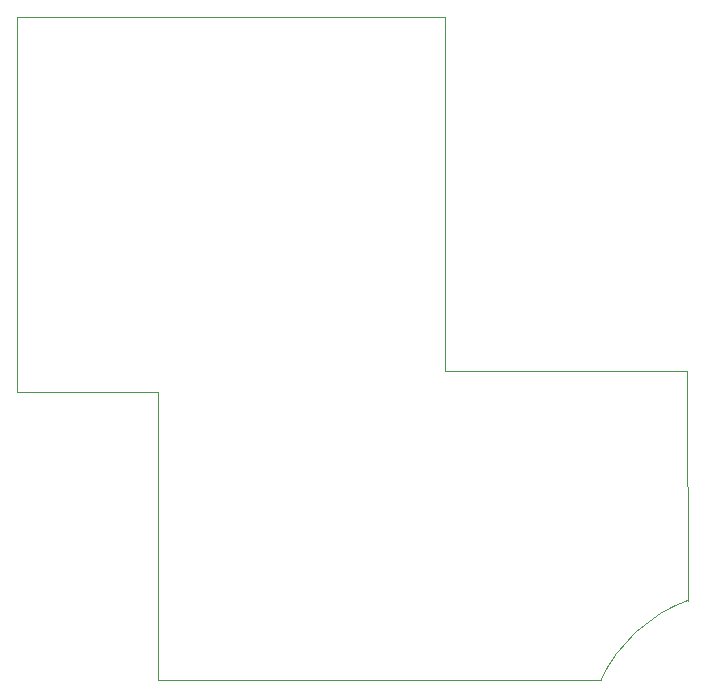
<source format=gbr>
G04 #@! TF.GenerationSoftware,KiCad,Pcbnew,(5.1.5-0-10_14)*
G04 #@! TF.CreationDate,2021-04-18T14:26:12+10:00*
G04 #@! TF.ProjectId,OH - Right Console - 2- Environmental Control System Panel,4f48202d-2052-4696-9768-7420436f6e73,rev?*
G04 #@! TF.SameCoordinates,Original*
G04 #@! TF.FileFunction,Profile,NP*
%FSLAX46Y46*%
G04 Gerber Fmt 4.6, Leading zero omitted, Abs format (unit mm)*
G04 Created by KiCad (PCBNEW (5.1.5-0-10_14)) date 2021-04-18 14:26:12*
%MOMM*%
%LPD*%
G04 APERTURE LIST*
%ADD10C,0.050000*%
G04 APERTURE END LIST*
D10*
X125380516Y-151259123D02*
G75*
G02X132715001Y-144526001I11652484J-5331877D01*
G01*
X132682000Y-125095000D02*
X132715001Y-144526001D01*
X75946000Y-95124000D02*
X112141000Y-95124000D01*
X112141000Y-125095000D02*
X112141000Y-95124000D01*
X87884000Y-126873000D02*
X75946000Y-126873000D01*
X75946000Y-95124000D02*
X75946000Y-126873000D01*
X132682000Y-125095000D02*
X112141000Y-125095000D01*
X87884000Y-151257000D02*
X87884000Y-126873000D01*
X125380515Y-151259122D02*
X87884000Y-151257000D01*
M02*

</source>
